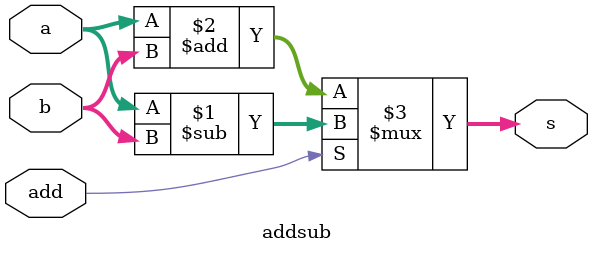
<source format=v>
`timescale 1ns / 1ps

module addsub (add,a, b, s);
  input add;
  input [15 : 0] a;
  input [15 : 0] b;
  output [15 : 0] s;
  assign s = (add)? (a - b) : (a + b);
endmodule

</source>
